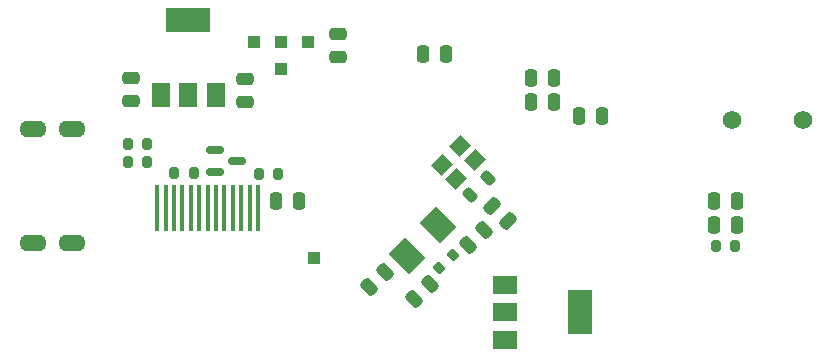
<source format=gbr>
%TF.GenerationSoftware,KiCad,Pcbnew,(6.0.0)*%
%TF.CreationDate,2022-03-10T17:49:05+08:00*%
%TF.ProjectId,st_usbAudioV1_demo,73745f75-7362-4417-9564-696f56315f64,rev?*%
%TF.SameCoordinates,Original*%
%TF.FileFunction,Soldermask,Bot*%
%TF.FilePolarity,Negative*%
%FSLAX46Y46*%
G04 Gerber Fmt 4.6, Leading zero omitted, Abs format (unit mm)*
G04 Created by KiCad (PCBNEW (6.0.0)) date 2022-03-10 17:49:05*
%MOMM*%
%LPD*%
G01*
G04 APERTURE LIST*
G04 Aperture macros list*
%AMRoundRect*
0 Rectangle with rounded corners*
0 $1 Rounding radius*
0 $2 $3 $4 $5 $6 $7 $8 $9 X,Y pos of 4 corners*
0 Add a 4 corners polygon primitive as box body*
4,1,4,$2,$3,$4,$5,$6,$7,$8,$9,$2,$3,0*
0 Add four circle primitives for the rounded corners*
1,1,$1+$1,$2,$3*
1,1,$1+$1,$4,$5*
1,1,$1+$1,$6,$7*
1,1,$1+$1,$8,$9*
0 Add four rect primitives between the rounded corners*
20,1,$1+$1,$2,$3,$4,$5,0*
20,1,$1+$1,$4,$5,$6,$7,0*
20,1,$1+$1,$6,$7,$8,$9,0*
20,1,$1+$1,$8,$9,$2,$3,0*%
%AMRotRect*
0 Rectangle, with rotation*
0 The origin of the aperture is its center*
0 $1 length*
0 $2 width*
0 $3 Rotation angle, in degrees counterclockwise*
0 Add horizontal line*
21,1,$1,$2,0,0,$3*%
G04 Aperture macros list end*
%ADD10R,0.400000X4.000000*%
%ADD11O,2.300000X1.400000*%
%ADD12C,1.574800*%
%ADD13RoundRect,0.250000X-0.159099X0.512652X-0.512652X0.159099X0.159099X-0.512652X0.512652X-0.159099X0*%
%ADD14RoundRect,0.250000X0.159099X-0.512652X0.512652X-0.159099X-0.159099X0.512652X-0.512652X0.159099X0*%
%ADD15RoundRect,0.150000X-0.587500X-0.150000X0.587500X-0.150000X0.587500X0.150000X-0.587500X0.150000X0*%
%ADD16RoundRect,0.250000X0.512652X0.159099X0.159099X0.512652X-0.512652X-0.159099X-0.159099X-0.512652X0*%
%ADD17RoundRect,0.250000X-0.475000X0.250000X-0.475000X-0.250000X0.475000X-0.250000X0.475000X0.250000X0*%
%ADD18RoundRect,0.250000X-0.250000X-0.475000X0.250000X-0.475000X0.250000X0.475000X-0.250000X0.475000X0*%
%ADD19R,1.000000X1.000000*%
%ADD20R,2.000000X1.500000*%
%ADD21R,2.000000X3.800000*%
%ADD22RotRect,1.400000X1.200000X45.000000*%
%ADD23R,1.500000X2.000000*%
%ADD24R,3.800000X2.000000*%
%ADD25RoundRect,0.250000X0.250000X0.475000X-0.250000X0.475000X-0.250000X-0.475000X0.250000X-0.475000X0*%
%ADD26RoundRect,0.200000X0.200000X0.275000X-0.200000X0.275000X-0.200000X-0.275000X0.200000X-0.275000X0*%
%ADD27RotRect,2.000000X2.400000X45.000000*%
%ADD28RoundRect,0.200000X0.053033X-0.335876X0.335876X-0.053033X-0.053033X0.335876X-0.335876X0.053033X0*%
%ADD29RoundRect,0.218750X-0.114905X0.424264X-0.424264X0.114905X0.114905X-0.424264X0.424264X-0.114905X0*%
%ADD30RoundRect,0.250000X0.475000X-0.250000X0.475000X0.250000X-0.475000X0.250000X-0.475000X-0.250000X0*%
G04 APERTURE END LIST*
D10*
%TO.C,U7*%
X137824800Y-76076800D03*
X137113600Y-76076800D03*
X136402400Y-76076800D03*
X135691200Y-76076800D03*
X134980000Y-76076800D03*
X134268800Y-76076800D03*
X133557600Y-76076800D03*
X132846400Y-76076800D03*
X132135200Y-76076800D03*
X131424000Y-76076800D03*
X130712800Y-76076800D03*
X130001600Y-76076800D03*
X129290400Y-76076800D03*
%TD*%
D11*
%TO.C,U8*%
X122088350Y-79074000D03*
X118811750Y-79074000D03*
X122088350Y-69422000D03*
X118811750Y-69422000D03*
%TD*%
D12*
%TO.C,J6*%
X177956800Y-68660000D03*
X183951200Y-68660000D03*
%TD*%
D13*
%TO.C,C10*%
X152415751Y-82466249D03*
X151072249Y-83809751D03*
%TD*%
D14*
%TO.C,C9*%
X147262249Y-82793751D03*
X148605751Y-81450249D03*
%TD*%
D15*
%TO.C,Q1*%
X134169500Y-73039000D03*
X134169500Y-71139000D03*
X136044500Y-72089000D03*
%TD*%
D16*
%TO.C,C16*%
X159019751Y-77205751D03*
X157676249Y-75862249D03*
%TD*%
D17*
%TO.C,C1*%
X127106000Y-65104000D03*
X127106000Y-67004000D03*
%TD*%
D18*
%TO.C,C31*%
X176448000Y-77550000D03*
X178348000Y-77550000D03*
%TD*%
D19*
%TO.C,TP2*%
X139806000Y-62056000D03*
%TD*%
D18*
%TO.C,C6*%
X139364000Y-75518000D03*
X141264000Y-75518000D03*
%TD*%
D20*
%TO.C,U3*%
X158754000Y-87216000D03*
X158754000Y-84916000D03*
D21*
X165054000Y-84916000D03*
D20*
X158754000Y-82616000D03*
%TD*%
D19*
%TO.C,TP1*%
X142600000Y-80344000D03*
%TD*%
D22*
%TO.C,X1*%
X153413142Y-72392777D03*
X154968777Y-70837142D03*
X156170858Y-72039223D03*
X154615223Y-73594858D03*
%TD*%
D23*
%TO.C,U2*%
X134232000Y-66476000D03*
D24*
X131932000Y-60176000D03*
D23*
X131932000Y-66476000D03*
X129632000Y-66476000D03*
%TD*%
D25*
%TO.C,C32*%
X162854000Y-67136000D03*
X160954000Y-67136000D03*
%TD*%
D26*
%TO.C,R3*%
X128439000Y-72216000D03*
X126789000Y-72216000D03*
%TD*%
D18*
%TO.C,C33*%
X176448000Y-75518000D03*
X178348000Y-75518000D03*
%TD*%
D27*
%TO.C,Y1*%
X150435852Y-80128148D03*
X153052148Y-77511852D03*
%TD*%
D26*
%TO.C,R22*%
X178223000Y-79328000D03*
X176573000Y-79328000D03*
%TD*%
D25*
%TO.C,C27*%
X166918000Y-68279000D03*
X165018000Y-68279000D03*
%TD*%
D19*
%TO.C,TP3*%
X139806000Y-64342000D03*
%TD*%
%TO.C,TP6*%
X137520000Y-62056000D03*
%TD*%
D25*
%TO.C,C28*%
X162854000Y-65104000D03*
X160954000Y-65104000D03*
%TD*%
D26*
%TO.C,R29*%
X139552000Y-73232000D03*
X137902000Y-73232000D03*
%TD*%
D25*
%TO.C,C21*%
X153710000Y-63072000D03*
X151810000Y-63072000D03*
%TD*%
D28*
%TO.C,R6*%
X153192637Y-81181363D03*
X154359363Y-80014637D03*
%TD*%
D29*
%TO.C,L2*%
X157321301Y-73496699D03*
X155818699Y-74999301D03*
%TD*%
D26*
%TO.C,R19*%
X132376000Y-73105000D03*
X130726000Y-73105000D03*
%TD*%
D30*
%TO.C,C7*%
X136758000Y-67070000D03*
X136758000Y-65170000D03*
%TD*%
D26*
%TO.C,R4*%
X128439000Y-70692000D03*
X126789000Y-70692000D03*
%TD*%
D14*
%TO.C,C11*%
X155644249Y-79237751D03*
X156987751Y-77894249D03*
%TD*%
D19*
%TO.C,TP4*%
X142092000Y-62056000D03*
%TD*%
D30*
%TO.C,C17*%
X144632000Y-63260000D03*
X144632000Y-61360000D03*
%TD*%
M02*

</source>
